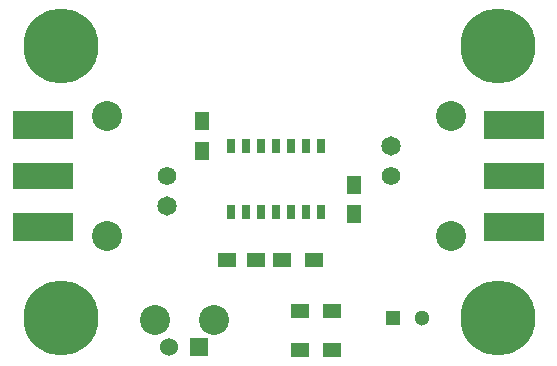
<source format=gbr>
G04 #@! TF.FileFunction,Soldermask,Top*
%FSLAX46Y46*%
G04 Gerber Fmt 4.6, Leading zero omitted, Abs format (unit mm)*
G04 Created by KiCad (PCBNEW 4.0.1-stable) date 5/1/2016 2:26:38 PM*
%MOMM*%
G01*
G04 APERTURE LIST*
%ADD10C,0.150000*%
%ADD11C,2.540000*%
%ADD12R,0.635000X1.270000*%
%ADD13C,6.350000*%
%ADD14R,5.080000X2.286000*%
%ADD15R,5.080000X2.413000*%
%ADD16C,1.574800*%
%ADD17C,1.651000*%
%ADD18R,1.524000X1.524000*%
%ADD19C,1.524000*%
%ADD20R,1.300000X1.300000*%
%ADD21C,1.300000*%
%ADD22R,1.500000X1.250000*%
%ADD23R,1.250000X1.500000*%
%ADD24R,1.500000X1.300000*%
G04 APERTURE END LIST*
D10*
D11*
X17018000Y-27178000D03*
X12018000Y-27178000D03*
D12*
X18415000Y-18034000D03*
X19685000Y-18034000D03*
X20955000Y-18034000D03*
X22225000Y-18034000D03*
X23495000Y-18034000D03*
X24765000Y-18034000D03*
X26035000Y-18034000D03*
X26035000Y-12446000D03*
X24765000Y-12446000D03*
X23495000Y-12446000D03*
X22225000Y-12446000D03*
X20955000Y-12446000D03*
X19685000Y-12446000D03*
X18415000Y-12446000D03*
D13*
X4000000Y-27030000D03*
X41000000Y-4030000D03*
X4000000Y-4030000D03*
D14*
X2540000Y-14986000D03*
D15*
X2540000Y-10668000D03*
X2540000Y-19304000D03*
D16*
X13000000Y-15030000D03*
D17*
X13000000Y-17570000D03*
D11*
X7920000Y-20110000D03*
X7920000Y-9950000D03*
D14*
X42418000Y-14986000D03*
D15*
X42418000Y-10668000D03*
X42418000Y-19304000D03*
D13*
X41000000Y-27030000D03*
D16*
X32000000Y-15030000D03*
D17*
X32000000Y-12490000D03*
D11*
X37080000Y-9950000D03*
X37080000Y-20110000D03*
D18*
X15748000Y-29464000D03*
D19*
X13208000Y-29464000D03*
D20*
X32131000Y-27051000D03*
D21*
X34631000Y-27051000D03*
D22*
X20554000Y-22098000D03*
X18054000Y-22098000D03*
D23*
X16000000Y-12880000D03*
X16000000Y-10380000D03*
X28829000Y-15768000D03*
X28829000Y-18268000D03*
D24*
X27004000Y-29718000D03*
X24304000Y-29718000D03*
X22780000Y-22098000D03*
X25480000Y-22098000D03*
X24304000Y-26416000D03*
X27004000Y-26416000D03*
M02*

</source>
